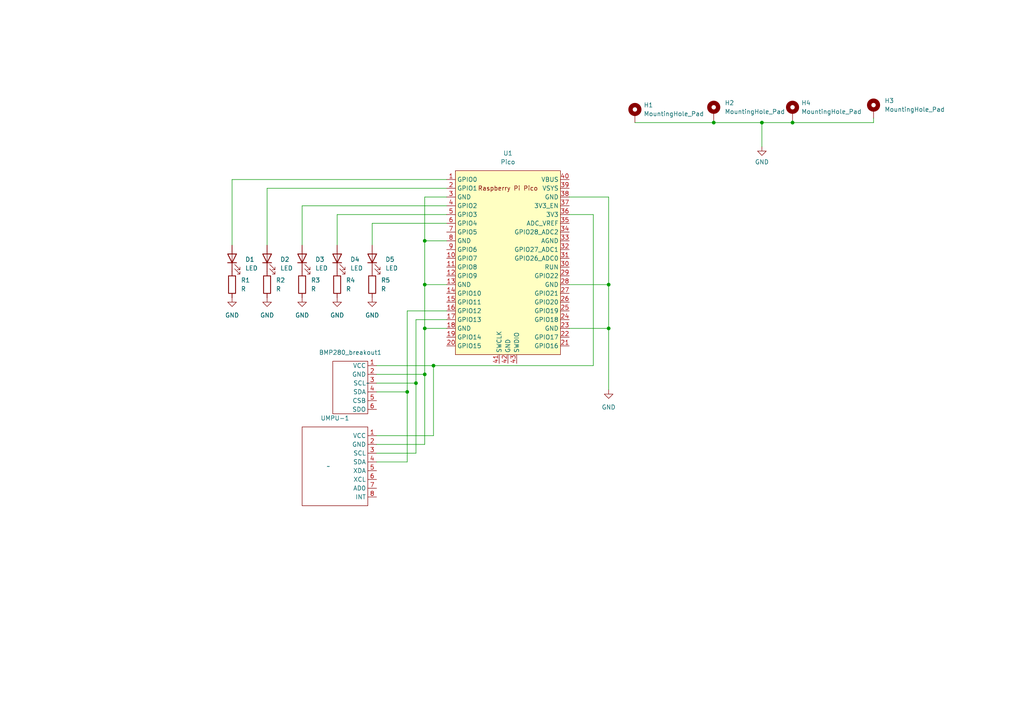
<source format=kicad_sch>
(kicad_sch (version 20230121) (generator eeschema)
  (paper "A4")
  (lib_symbols
    (symbol "Device:LED" (pin_numbers hide) (pin_names (offset 1.016) hide)
      (property "Reference" "D" (at 0 2.54 0))
      (property "Value" "LED" (at 0 -2.54 0))
      (symbol "LED_0_1"
        (polyline (pts (xy -1.27 -1.27) (xy -1.27 1.27)) (stroke (width 0.254)))
        (polyline (pts (xy -1.27 0) (xy 1.27 0)))
        (polyline (pts (xy 1.27 -1.27) (xy 1.27 1.27) (xy -1.27 0) (xy 1.27 -1.27)) (stroke (width 0.254)))
        (polyline (pts (xy -3.048 -0.762) (xy -4.572 -2.286) (xy -3.81 -2.286) (xy -4.572 -2.286) (xy -4.572 -1.524)))
        (polyline (pts (xy -1.778 -0.762) (xy -3.302 -2.286) (xy -2.54 -2.286) (xy -3.302 -2.286) (xy -3.302 -1.524)))
      )
      (symbol "LED_1_1"
        (pin passive line (at -3.81 0 0) (length 2.54) (name "K") (number "1"))
        (pin passive line (at 3.81 0 180) (length 2.54) (name "A") (number "2"))
      )
    )
    (symbol "Device:R" (pin_numbers hide) (pin_names (offset 0))
      (property "Reference" "R" (at 2.032 0 90))
      (property "Value" "R" (at 0 0 90))
      (symbol "R_0_1"
        (rectangle (start -1.016 -2.54) (end 1.016 2.54) (stroke (width 0.254)))
      )
      (symbol "R_1_1"
        (pin passive line (at 0 3.81 270) (length 1.27) (name "~") (number "1"))
        (pin passive line (at 0 -3.81 90) (length 1.27) (name "~") (number "2"))
      )
    )
    (symbol "MCU_RaspberryPi_and_Boards:Pico"
      (property "Reference" "U" (at -13.97 27.94 0))
      (property "Value" "Pico" (at 0 19.05 0))
      (symbol "Pico_0_0"
        (text "Raspberry Pi Pico" (at 0 21.59 0) (effects (font (size 1.27 1.27))))
      )
      (symbol "Pico_0_1"
        (rectangle (start -15.24 26.67) (end 15.24 -26.67) (fill (type background)))
      )
      (symbol "Pico_1_1"
        (pin bidirectional line (at -17.78 24.13 0) (length 2.54) (name "GPIO0") (number "1"))
        (pin bidirectional line (at -17.78 1.27 0) (length 2.54) (name "GPIO7") (number "10"))
        (pin bidirectional line (at -17.78 -1.27 0) (length 2.54) (name "GPIO8") (number "11"))
        (pin bidirectional line (at -17.78 -3.81 0) (length 2.54) (name "GPIO9") (number "12"))
        (pin power_in line (at -17.78 -6.35 0) (length 2.54) (name "GND") (number "13"))
        (pin bidirectional line (at -17.78 -8.89 0) (length 2.54) (name "GPIO10") (number "14"))
        (pin bidirectional line (at -17.78 -11.43 0) (length 2.54) (name "GPIO11") (number "15"))
        (pin bidirectional line (at -17.78 -13.97 0) (length 2.54) (name "GPIO12") (number "16"))
        (pin bidirectional line (at -17.78 -16.51 0) (length 2.54) (name "GPIO13") (number "17"))
        (pin power_in line (at -17.78 -19.05 0) (length 2.54) (name "GND") (number "18"))
        (pin bidirectional line (at -17.78 -21.59 0) (length 2.54) (name "GPIO14") (number "19"))
        (pin bidirectional line (at -17.78 21.59 0) (length 2.54) (name "GPIO1") (number "2"))
        (pin bidirectional line (at -17.78 -24.13 0) (length 2.54) (name "GPIO15") (number "20"))
        (pin bidirectional line (at 17.78 -24.13 180) (length 2.54) (name "GPIO16") (number "21"))
        (pin bidirectional line (at 17.78 -21.59 180) (length 2.54) (name "GPIO17") (number "22"))
        (pin power_in line (at 17.78 -19.05 180) (length 2.54) (name "GND") (number "23"))
        (pin bidirectional line (at 17.78 -16.51 180) (length 2.54) (name "GPIO18") (number "24"))
        (pin bidirectional line (at 17.78 -13.97 180) (length 2.54) (name "GPIO19") (number "25"))
        (pin bidirectional line (at 17.78 -11.43 180) (length 2.54) (name "GPIO20") (number "26"))
        (pin bidirectional line (at 17.78 -8.89 180) (length 2.54) (name "GPIO21") (number "27"))
        (pin power_in line (at 17.78 -6.35 180) (length 2.54) (name "GND") (number "28"))
        (pin bidirectional line (at 17.78 -3.81 180) (length 2.54) (name "GPIO22") (number "29"))
        (pin power_in line (at -17.78 19.05 0) (length 2.54) (name "GND") (number "3"))
        (pin input line (at 17.78 -1.27 180) (length 2.54) (name "RUN") (number "30"))
        (pin bidirectional line (at 17.78 1.27 180) (length 2.54) (name "GPIO26_ADC0") (number "31"))
        (pin bidirectional line (at 17.78 3.81 180) (length 2.54) (name "GPIO27_ADC1") (number "32"))
        (pin power_in line (at 17.78 6.35 180) (length 2.54) (name "AGND") (number "33"))
        (pin bidirectional line (at 17.78 8.89 180) (length 2.54) (name "GPIO28_ADC2") (number "34"))
        (pin power_in line (at 17.78 11.43 180) (length 2.54) (name "ADC_VREF") (number "35"))
        (pin power_in line (at 17.78 13.97 180) (length 2.54) (name "3V3") (number "36"))
        (pin input line (at 17.78 16.51 180) (length 2.54) (name "3V3_EN") (number "37"))
        (pin bidirectional line (at 17.78 19.05 180) (length 2.54) (name "GND") (number "38"))
        (pin power_in line (at 17.78 21.59 180) (length 2.54) (name "VSYS") (number "39"))
        (pin bidirectional line (at -17.78 16.51 0) (length 2.54) (name "GPIO2") (number "4"))
        (pin power_in line (at 17.78 24.13 180) (length 2.54) (name "VBUS") (number "40"))
        (pin input line (at -2.54 -29.21 90) (length 2.54) (name "SWCLK") (number "41"))
        (pin power_in line (at 0 -29.21 90) (length 2.54) (name "GND") (number "42"))
        (pin bidirectional line (at 2.54 -29.21 90) (length 2.54) (name "SWDIO") (number "43"))
        (pin bidirectional line (at -17.78 13.97 0) (length 2.54) (name "GPIO3") (number "5"))
        (pin bidirectional line (at -17.78 11.43 0) (length 2.54) (name "GPIO4") (number "6"))
        (pin bidirectional line (at -17.78 8.89 0) (length 2.54) (name "GPIO5") (number "7"))
        (pin power_in line (at -17.78 6.35 0) (length 2.54) (name "GND") (number "8"))
        (pin bidirectional line (at -17.78 3.81 0) (length 2.54) (name "GPIO6") (number "9"))
      )
    )
    (symbol "Mechanical:MountingHole_Pad" (pin_numbers hide) (pin_names (offset 1.016) hide)
      (property "Reference" "H" (at 0 6.35 0))
      (property "Value" "MountingHole_Pad" (at 0 4.445 0))
      (symbol "MountingHole_Pad_0_1"
        (circle (center 0 1.27) (radius 1.27) (stroke (width 1.27)))
      )
      (symbol "MountingHole_Pad_1_1"
        (pin input line (at 0 -2.54 90) (length 2.54) (name "1") (number "1"))
      )
    )
    (symbol "picolab:BMP280_breakout"
      (property "Reference" "BMP280_breakout" (at -7.62 0 90))
      (symbol "BMP280_breakout_0_1"
        (rectangle (start -5.08 7.62) (end 5.08 -7.62))
      )
      (symbol "BMP280_breakout_1_1"
        (pin input line (at 7.62 6.35 180) (length 2.54) (name "VCC") (number "1"))
        (pin input line (at 7.62 3.81 180) (length 2.54) (name "GND") (number "2"))
        (pin input line (at 7.62 1.27 180) (length 2.54) (name "SCL") (number "3"))
        (pin bidirectional line (at 7.62 -1.27 180) (length 2.54) (name "SDA") (number "4"))
        (pin bidirectional line (at 7.62 -3.81 180) (length 2.54) (name "CSB") (number "5"))
        (pin bidirectional line (at 7.62 -6.35 180) (length 2.54) (name "SDO") (number "6"))
      )
    )
    (symbol "picolab:MPU-6050_module"
      (property "Reference" "UMPU-6050" (at 0 0 0))
      (symbol "MPU-6050_module_0_1"
        (rectangle (start -7.62 11.43) (end 11.43 -11.43))
      )
      (symbol "MPU-6050_module_1_1"
        (pin input line (at 13.97 8.89 180) (length 2.54) (name "VCC") (number "1"))
        (pin input line (at 13.97 6.35 180) (length 2.54) (name "GND") (number "2"))
        (pin input line (at 13.97 3.81 180) (length 2.54) (name "SCL") (number "3"))
        (pin bidirectional line (at 13.97 1.27 180) (length 2.54) (name "SDA") (number "4"))
        (pin bidirectional line (at 13.97 -1.27 180) (length 2.54) (name "XDA") (number "5"))
        (pin bidirectional line (at 13.97 -3.81 180) (length 2.54) (name "XCL") (number "6"))
        (pin bidirectional line (at 13.97 -6.35 180) (length 2.54) (name "AD0") (number "7"))
        (pin output line (at 13.97 -8.89 180) (length 2.54) (name "INT") (number "8"))
      )
    )
    (symbol "power:GND" (power) (pin_names (offset 0))
      (property "Value" "GND" (at 0 -3.81 0))
      (symbol "GND_0_1"
        (polyline (pts (xy 0 0) (xy 0 -1.27) (xy 1.27 -1.27) (xy 0 -2.54) (xy -1.27 -1.27) (xy 0 -1.27)))
      )
      (symbol "GND_1_1"
        (pin power_in line (at 0 0 270) (length 0) hide (name "GND") (number "1"))
      )
    )
  )
  (junction (at 207.01 35.56))
  (junction (at 176.53 82.55))
  (junction (at 229.87 35.56))
  (junction (at 123.19 108.585))
  (junction (at 118.11 113.665))
  (junction (at 176.53 95.25))
  (junction (at 123.19 69.85))
  (junction (at 120.65 111.125))
  (junction (at 125.73 106.045))
  (junction (at 123.19 82.55))
  (junction (at 220.98 35.56))
  (junction (at 123.19 95.25))
  (wire (pts (xy 184.15 35.56) (xy 207.01 35.56)))
  (wire (pts (xy 165.1 95.25) (xy 176.53 95.25)))
  (wire (pts (xy 109.22 111.125) (xy 120.65 111.125)))
  (wire (pts (xy 129.54 95.25) (xy 123.19 95.25)))
  (wire (pts (xy 120.65 111.125) (xy 120.65 92.71)))
  (wire (pts (xy 87.63 59.69) (xy 87.63 71.12)))
  (wire (pts (xy 109.22 126.365) (xy 125.73 126.365)))
  (wire (pts (xy 229.87 35.56) (xy 229.87 34.925)))
  (wire (pts (xy 176.53 57.15) (xy 176.53 82.55)))
  (wire (pts (xy 118.11 133.985) (xy 118.11 113.665)))
  (wire (pts (xy 207.01 35.56) (xy 207.01 34.925)))
  (wire (pts (xy 123.19 57.15) (xy 123.19 69.85)))
  (wire (pts (xy 109.22 131.445) (xy 120.65 131.445)))
  (wire (pts (xy 67.31 52.07) (xy 129.54 52.07)))
  (wire (pts (xy 77.47 54.61) (xy 77.47 71.12)))
  (wire (pts (xy 165.1 57.15) (xy 176.53 57.15)))
  (wire (pts (xy 97.79 71.12) (xy 97.79 62.23)))
  (wire (pts (xy 97.79 62.23) (xy 129.54 62.23)))
  (wire (pts (xy 125.73 126.365) (xy 125.73 106.045)))
  (wire (pts (xy 123.19 108.585) (xy 123.19 95.25)))
  (wire (pts (xy 129.54 57.15) (xy 123.19 57.15)))
  (wire (pts (xy 207.01 35.56) (xy 220.98 35.56)))
  (wire (pts (xy 172.085 106.045) (xy 125.73 106.045)))
  (wire (pts (xy 123.19 69.85) (xy 123.19 82.55)))
  (wire (pts (xy 220.98 42.545) (xy 220.98 35.56)))
  (wire (pts (xy 165.1 82.55) (xy 176.53 82.55)))
  (wire (pts (xy 109.22 108.585) (xy 123.19 108.585)))
  (wire (pts (xy 120.65 131.445) (xy 120.65 111.125)))
  (wire (pts (xy 67.31 52.07) (xy 67.31 71.12)))
  (wire (pts (xy 172.085 62.23) (xy 172.085 106.045)))
  (wire (pts (xy 220.98 35.56) (xy 229.87 35.56)))
  (wire (pts (xy 77.47 54.61) (xy 129.54 54.61)))
  (wire (pts (xy 123.19 128.905) (xy 123.19 108.585)))
  (wire (pts (xy 123.19 69.85) (xy 129.54 69.85)))
  (wire (pts (xy 229.87 35.56) (xy 253.365 35.56)))
  (wire (pts (xy 109.22 128.905) (xy 123.19 128.905)))
  (wire (pts (xy 123.19 82.55) (xy 129.54 82.55)))
  (wire (pts (xy 165.1 62.23) (xy 172.085 62.23)))
  (wire (pts (xy 129.54 90.17) (xy 118.11 90.17)))
  (wire (pts (xy 125.73 106.045) (xy 109.22 106.045)))
  (wire (pts (xy 87.63 59.69) (xy 129.54 59.69)))
  (wire (pts (xy 107.95 64.77) (xy 129.54 64.77)))
  (wire (pts (xy 176.53 95.25) (xy 176.53 113.03)))
  (wire (pts (xy 109.22 133.985) (xy 118.11 133.985)))
  (wire (pts (xy 120.65 92.71) (xy 129.54 92.71)))
  (wire (pts (xy 176.53 82.55) (xy 176.53 95.25)))
  (wire (pts (xy 123.19 82.55) (xy 123.19 95.25)))
  (wire (pts (xy 107.95 71.12) (xy 107.95 64.77)))
  (wire (pts (xy 253.365 35.56) (xy 253.365 34.29)))
  (wire (pts (xy 118.11 113.665) (xy 109.22 113.665)))
  (wire (pts (xy 118.11 90.17) (xy 118.11 113.665)))
  (symbol (lib_id "Device:R") (at 67.31 82.55 0) (unit 1)
    (property "Reference" "R1" (at 69.85 81.28 0) (effects (justify left)))
    (property "Value" "R" (at 69.85 83.82 0) (effects (justify left)))
    (property "Footprint" "Resistor_THT:R_Axial_DIN0207_L6.3mm_D2.5mm_P7.62mm_Horizontal" (effects hide))
  )
  (symbol (lib_id "Mechanical:MountingHole_Pad") (at 229.87 32.385 0) (unit 1)
    (property "Reference" "H4" (at 232.41 29.845 0) (effects (justify left)))
    (property "Value" "MountingHole_Pad" (at 232.41 32.385 0) (effects (justify left)))
    (property "Footprint" "MountingHole:MountingHole_3.2mm_M3_Pad_TopBottom" (effects hide))
  )
  (symbol (lib_id "MCU_RaspberryPi_and_Boards:Pico") (at 147.32 76.2 0) (unit 1)
    (property "Reference" "U1" (at 147.32 44.45 0))
    (property "Value" "Pico" (at 147.32 46.99 0))
    (property "Footprint" "MCU_RaspberryPi_and_Boards:RPi_Pico_SMD_TH" (effects hide))
  )
  (symbol (lib_id "Mechanical:MountingHole_Pad") (at 207.01 32.385 0) (unit 1)
    (property "Reference" "H2" (at 210.185 29.845 0) (effects (justify left)))
    (property "Value" "MountingHole_Pad" (at 210.185 32.385 0) (effects (justify left)))
    (property "Footprint" "MountingHole:MountingHole_3.2mm_M3_Pad_TopBottom" (effects hide))
  )
  (symbol (lib_id "Mechanical:MountingHole_Pad") (at 184.15 33.02 0) (unit 1)
    (property "Reference" "H1" (at 186.69 30.48 0) (effects (justify left)))
    (property "Value" "MountingHole_Pad" (at 186.69 33.02 0) (effects (justify left)))
    (property "Footprint" "MountingHole:MountingHole_3.2mm_M3_Pad_TopBottom" (effects hide))
  )
  (symbol (lib_id "power:GND") (at 77.47 86.36 0) (unit 1)
    (property "Reference" "#PWR04" (effects hide))
    (property "Value" "GND" (at 77.47 91.44 0))
  )
  (symbol (lib_id "power:GND") (at 97.79 86.36 0) (unit 1)
    (property "Reference" "#PWR02" (effects hide))
    (property "Value" "GND" (at 97.79 91.44 0))
  )
  (symbol (lib_id "picolab:BMP280_breakout") (at 101.6 112.395 0) (unit 1)
    (property "Reference" "BMP280_breakout1" (at 101.6 102.235 0))
    (property "Value" "~" (at 106.68 111.125 0))
    (property "Footprint" "Connector_PinHeader_2.54mm:PinHeader_1x06_P2.54mm_Vertical" (effects hide))
  )
  (symbol (lib_id "Device:LED") (at 67.31 74.93 90) (unit 1)
    (property "Reference" "D1" (at 71.12 75.2475 90) (effects (justify right)))
    (property "Value" "LED" (at 71.12 77.7875 90) (effects (justify right)))
    (property "Footprint" "LED_THT:LED_D3.0mm" (effects hide))
  )
  (symbol (lib_id "Device:LED") (at 77.47 74.93 90) (unit 1)
    (property "Reference" "D2" (at 81.28 75.2475 90) (effects (justify right)))
    (property "Value" "LED" (at 81.28 77.7875 90) (effects (justify right)))
    (property "Footprint" "LED_THT:LED_D3.0mm" (effects hide))
  )
  (symbol (lib_id "power:GND") (at 67.31 86.36 0) (unit 1)
    (property "Reference" "#PWR05" (effects hide))
    (property "Value" "GND" (at 67.31 91.44 0))
  )
  (symbol (lib_id "power:GND") (at 220.98 42.545 0) (unit 1)
    (property "Reference" "#PWR07" (effects hide))
    (property "Value" "GND" (at 220.98 46.99 0))
  )
  (symbol (lib_id "Device:R") (at 97.79 82.55 0) (unit 1)
    (property "Reference" "R4" (at 100.33 81.28 0) (effects (justify left)))
    (property "Value" "R" (at 100.33 83.82 0) (effects (justify left)))
    (property "Footprint" "Resistor_THT:R_Axial_DIN0207_L6.3mm_D2.5mm_P7.62mm_Horizontal" (effects hide))
  )
  (symbol (lib_id "Device:LED") (at 107.95 74.93 90) (unit 1)
    (property "Reference" "D5" (at 111.76 75.2475 90) (effects (justify right)))
    (property "Value" "LED" (at 111.76 77.7875 90) (effects (justify right)))
    (property "Footprint" "LED_THT:LED_D3.0mm" (effects hide))
  )
  (symbol (lib_id "picolab:MPU-6050_module") (at 95.25 135.255 0) (unit 1)
    (property "Reference" "UMPU-1" (at 97.155 121.285 0))
    (property "Value" "~" (at 95.25 135.255 0))
    (property "Footprint" "Connector_PinHeader_2.54mm:PinHeader_1x08_P2.54mm_Vertical" (effects hide))
  )
  (symbol (lib_id "Device:R") (at 87.63 82.55 0) (unit 1)
    (property "Reference" "R3" (at 90.17 81.28 0) (effects (justify left)))
    (property "Value" "R" (at 90.17 83.82 0) (effects (justify left)))
    (property "Footprint" "Resistor_THT:R_Axial_DIN0207_L6.3mm_D2.5mm_P7.62mm_Horizontal" (effects hide))
  )
  (symbol (lib_id "Device:R") (at 107.95 82.55 0) (unit 1)
    (property "Reference" "R5" (at 110.49 81.28 0) (effects (justify left)))
    (property "Value" "R" (at 110.49 83.82 0) (effects (justify left)))
    (property "Footprint" "Resistor_THT:R_Axial_DIN0207_L6.3mm_D2.5mm_P7.62mm_Horizontal" (effects hide))
  )
  (symbol (lib_id "Mechanical:MountingHole_Pad") (at 253.365 31.75 0) (unit 1)
    (property "Reference" "H3" (at 256.54 29.21 0) (effects (justify left)))
    (property "Value" "MountingHole_Pad" (at 256.54 31.75 0) (effects (justify left)))
    (property "Footprint" "MountingHole:MountingHole_3.2mm_M3_Pad_TopBottom" (effects hide))
  )
  (symbol (lib_id "Device:R") (at 77.47 82.55 0) (unit 1)
    (property "Reference" "R2" (at 80.01 81.28 0) (effects (justify left)))
    (property "Value" "R" (at 80.01 83.82 0) (effects (justify left)))
    (property "Footprint" "Resistor_THT:R_Axial_DIN0207_L6.3mm_D2.5mm_P7.62mm_Horizontal" (effects hide))
  )
  (symbol (lib_id "power:GND") (at 87.63 86.36 0) (unit 1)
    (property "Reference" "#PWR03" (effects hide))
    (property "Value" "GND" (at 87.63 91.44 0))
  )
  (symbol (lib_id "Device:LED") (at 97.79 74.93 90) (unit 1)
    (property "Reference" "D4" (at 101.6 75.2475 90) (effects (justify right)))
    (property "Value" "LED" (at 101.6 77.7875 90) (effects (justify right)))
    (property "Footprint" "LED_THT:LED_D3.0mm" (effects hide))
  )
  (symbol (lib_id "power:GND") (at 176.53 113.03 0) (unit 1)
    (property "Reference" "#PWR06" (effects hide))
    (property "Value" "GND" (at 176.53 118.11 0))
  )
  (symbol (lib_id "Device:LED") (at 87.63 74.93 90) (unit 1)
    (property "Reference" "D3" (at 91.44 75.2475 90) (effects (justify right)))
    (property "Value" "LED" (at 91.44 77.7875 90) (effects (justify right)))
    (property "Footprint" "LED_THT:LED_D3.0mm" (effects hide))
  )
  (symbol (lib_id "power:GND") (at 107.95 86.36 0) (unit 1)
    (property "Reference" "#PWR01" (effects hide))
    (property "Value" "GND" (at 107.95 91.44 0))
  )
)
</source>
